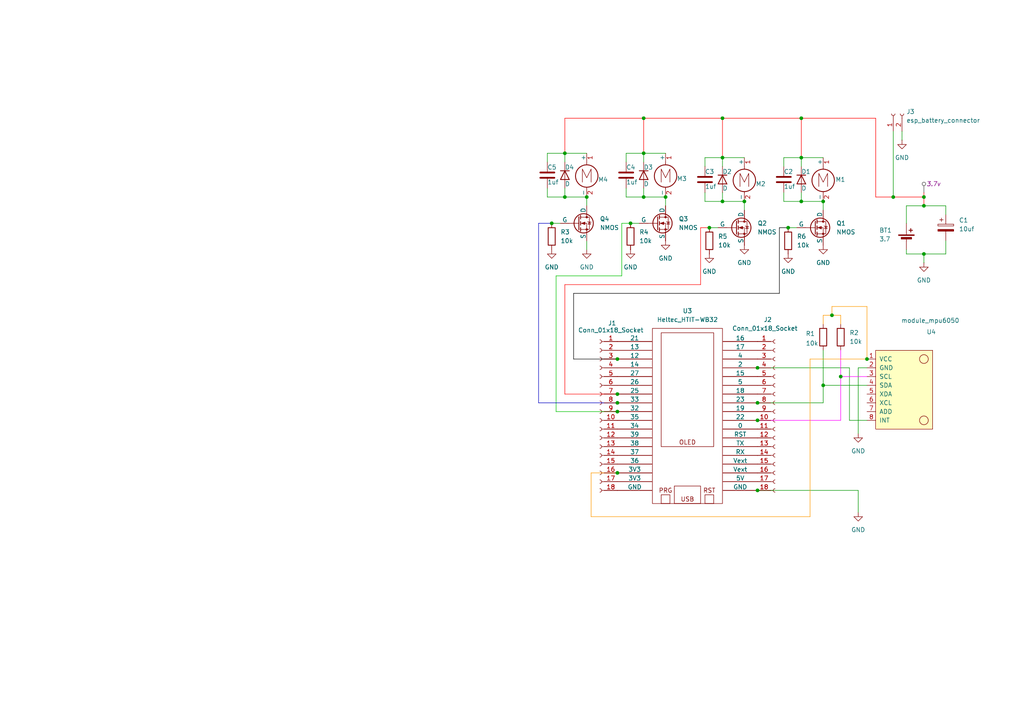
<source format=kicad_sch>
(kicad_sch (version 20231120) (generator "eeschema") (generator_version "8.0")
  (paper "A4")
  (lib_symbols
    (symbol "Connector:Conn_01x02_Socket" (pin_names (offset 1.016) hide)
      (property "Reference" "J" (at 0 2.54 0))
      (property "Value" "Conn_01x02_Socket" (at 0 -5.08 0))
      (symbol "Conn_01x02_Socket_1_1"
        (arc (start 0 -2.032) (mid -0.5058 -2.54) (end 0 -3.048) (stroke (width 0.1524)))
        (polyline (pts (xy -1.27 -2.54) (xy -0.508 -2.54)) (stroke (width 0.1524)))
        (polyline (pts (xy -1.27 0) (xy -0.508 0)) (stroke (width 0.1524)))
        (arc (start 0 0.508) (mid -0.5058 0) (end 0 -0.508) (stroke (width 0.1524)))
        (pin passive line (at -5.08 0 0) (length 3.81) (name "Pin_1") (number "1"))
        (pin passive line (at -5.08 -2.54 0) (length 3.81) (name "Pin_2") (number "2"))
      )
    )
    (symbol "Connector:Conn_01x18_Socket" (pin_names (offset 1.016) hide)
      (property "Reference" "J" (at 0 22.86 0))
      (property "Value" "Conn_01x18_Socket" (at 0 -25.4 0))
      (symbol "Conn_01x18_Socket_1_1"
        (arc (start 0 -22.352) (mid -0.5058 -22.86) (end 0 -23.368) (stroke (width 0.1524)))
        (arc (start 0 -19.812) (mid -0.5058 -20.32) (end 0 -20.828) (stroke (width 0.1524)))
        (arc (start 0 -17.272) (mid -0.5058 -17.78) (end 0 -18.288) (stroke (width 0.1524)))
        (arc (start 0 -14.732) (mid -0.5058 -15.24) (end 0 -15.748) (stroke (width 0.1524)))
        (arc (start 0 -12.192) (mid -0.5058 -12.7) (end 0 -13.208) (stroke (width 0.1524)))
        (arc (start 0 -9.652) (mid -0.5058 -10.16) (end 0 -10.668) (stroke (width 0.1524)))
        (arc (start 0 -7.112) (mid -0.5058 -7.62) (end 0 -8.128) (stroke (width 0.1524)))
        (arc (start 0 -4.572) (mid -0.5058 -5.08) (end 0 -5.588) (stroke (width 0.1524)))
        (arc (start 0 -2.032) (mid -0.5058 -2.54) (end 0 -3.048) (stroke (width 0.1524)))
        (polyline (pts (xy -1.27 -22.86) (xy -0.508 -22.86)) (stroke (width 0.1524)))
        (polyline (pts (xy -1.27 -20.32) (xy -0.508 -20.32)) (stroke (width 0.1524)))
        (polyline (pts (xy -1.27 -17.78) (xy -0.508 -17.78)) (stroke (width 0.1524)))
        (polyline (pts (xy -1.27 -15.24) (xy -0.508 -15.24)) (stroke (width 0.1524)))
        (polyline (pts (xy -1.27 -12.7) (xy -0.508 -12.7)) (stroke (width 0.1524)))
        (polyline (pts (xy -1.27 -10.16) (xy -0.508 -10.16)) (stroke (width 0.1524)))
        (polyline (pts (xy -1.27 -7.62) (xy -0.508 -7.62)) (stroke (width 0.1524)))
        (polyline (pts (xy -1.27 -5.08) (xy -0.508 -5.08)) (stroke (width 0.1524)))
        (polyline (pts (xy -1.27 -2.54) (xy -0.508 -2.54)) (stroke (width 0.1524)))
        (polyline (pts (xy -1.27 0) (xy -0.508 0)) (stroke (width 0.1524)))
        (polyline (pts (xy -1.27 2.54) (xy -0.508 2.54)) (stroke (width 0.1524)))
        (polyline (pts (xy -1.27 5.08) (xy -0.508 5.08)) (stroke (width 0.1524)))
        (polyline (pts (xy -1.27 7.62) (xy -0.508 7.62)) (stroke (width 0.1524)))
        (polyline (pts (xy -1.27 10.16) (xy -0.508 10.16)) (stroke (width 0.1524)))
        (polyline (pts (xy -1.27 12.7) (xy -0.508 12.7)) (stroke (width 0.1524)))
        (polyline (pts (xy -1.27 15.24) (xy -0.508 15.24)) (stroke (width 0.1524)))
        (polyline (pts (xy -1.27 17.78) (xy -0.508 17.78)) (stroke (width 0.1524)))
        (polyline (pts (xy -1.27 20.32) (xy -0.508 20.32)) (stroke (width 0.1524)))
        (arc (start 0 0.508) (mid -0.5058 0) (end 0 -0.508) (stroke (width 0.1524)))
        (arc (start 0 3.048) (mid -0.5058 2.54) (end 0 2.032) (stroke (width 0.1524)))
        (arc (start 0 5.588) (mid -0.5058 5.08) (end 0 4.572) (stroke (width 0.1524)))
        (arc (start 0 8.128) (mid -0.5058 7.62) (end 0 7.112) (stroke (width 0.1524)))
        (arc (start 0 10.668) (mid -0.5058 10.16) (end 0 9.652) (stroke (width 0.1524)))
        (arc (start 0 13.208) (mid -0.5058 12.7) (end 0 12.192) (stroke (width 0.1524)))
        (arc (start 0 15.748) (mid -0.5058 15.24) (end 0 14.732) (stroke (width 0.1524)))
        (arc (start 0 18.288) (mid -0.5058 17.78) (end 0 17.272) (stroke (width 0.1524)))
        (arc (start 0 20.828) (mid -0.5058 20.32) (end 0 19.812) (stroke (width 0.1524)))
        (pin passive line (at -5.08 20.32 0) (length 3.81) (name "Pin_1") (number "1"))
        (pin passive line (at -5.08 -2.54 0) (length 3.81) (name "Pin_10") (number "10"))
        (pin passive line (at -5.08 -5.08 0) (length 3.81) (name "Pin_11") (number "11"))
        (pin passive line (at -5.08 -7.62 0) (length 3.81) (name "Pin_12") (number "12"))
        (pin passive line (at -5.08 -10.16 0) (length 3.81) (name "Pin_13") (number "13"))
        (pin passive line (at -5.08 -12.7 0) (length 3.81) (name "Pin_14") (number "14"))
        (pin passive line (at -5.08 -15.24 0) (length 3.81) (name "Pin_15") (number "15"))
        (pin passive line (at -5.08 -17.78 0) (length 3.81) (name "Pin_16") (number "16"))
        (pin passive line (at -5.08 -20.32 0) (length 3.81) (name "Pin_17") (number "17"))
        (pin passive line (at -5.08 -22.86 0) (length 3.81) (name "Pin_18") (number "18"))
        (pin passive line (at -5.08 17.78 0) (length 3.81) (name "Pin_2") (number "2"))
        (pin passive line (at -5.08 15.24 0) (length 3.81) (name "Pin_3") (number "3"))
        (pin passive line (at -5.08 12.7 0) (length 3.81) (name "Pin_4") (number "4"))
        (pin passive line (at -5.08 10.16 0) (length 3.81) (name "Pin_5") (number "5"))
        (pin passive line (at -5.08 7.62 0) (length 3.81) (name "Pin_6") (number "6"))
        (pin passive line (at -5.08 5.08 0) (length 3.81) (name "Pin_7") (number "7"))
        (pin passive line (at -5.08 2.54 0) (length 3.81) (name "Pin_8") (number "8"))
        (pin passive line (at -5.08 0 0) (length 3.81) (name "Pin_9") (number "9"))
      )
    )
    (symbol "Device:Battery_Cell" (pin_numbers hide) (pin_names (offset 0) hide)
      (property "Reference" "BT" (at 2.54 2.54 0))
      (property "Value" "Battery_Cell" (at 2.54 0 0))
      (symbol "Battery_Cell_0_1"
        (rectangle (start -2.286 1.778) (end 2.286 1.524) (fill (type outline)))
        (rectangle (start -1.524 1.016) (end 1.524 0.508) (fill (type outline)))
        (polyline (pts (xy 0 0.762) (xy 0 0)))
        (polyline (pts (xy 0 1.778) (xy 0 2.54)))
        (polyline (pts (xy 0.762 3.048) (xy 1.778 3.048)) (stroke (width 0.254)))
        (polyline (pts (xy 1.27 3.556) (xy 1.27 2.54)) (stroke (width 0.254)))
      )
      (symbol "Battery_Cell_1_1"
        (pin passive line (at 0 5.08 270) (length 2.54) (name "+") (number "1"))
        (pin passive line (at 0 -2.54 90) (length 2.54) (name "-") (number "2"))
      )
    )
    (symbol "Device:C" (pin_numbers hide) (pin_names (offset 0.254))
      (property "Reference" "C" (at 0.635 2.54 0))
      (property "Value" "C" (at 0.635 -2.54 0))
      (symbol "C_0_1"
        (polyline (pts (xy -2.032 -0.762) (xy 2.032 -0.762)) (stroke (width 0.508)))
        (polyline (pts (xy -2.032 0.762) (xy 2.032 0.762)) (stroke (width 0.508)))
      )
      (symbol "C_1_1"
        (pin passive line (at 0 3.81 270) (length 2.794) (name "~") (number "1"))
        (pin passive line (at 0 -3.81 90) (length 2.794) (name "~") (number "2"))
      )
    )
    (symbol "Device:C_Polarized" (pin_numbers hide) (pin_names (offset 0.254))
      (property "Reference" "C" (at 0.635 2.54 0))
      (property "Value" "C_Polarized" (at 0.635 -2.54 0))
      (symbol "C_Polarized_0_1"
        (rectangle (start -2.286 0.508) (end 2.286 1.016))
        (polyline (pts (xy -1.778 2.286) (xy -0.762 2.286)))
        (polyline (pts (xy -1.27 2.794) (xy -1.27 1.778)))
        (rectangle (start 2.286 -0.508) (end -2.286 -1.016) (fill (type outline)))
      )
      (symbol "C_Polarized_1_1"
        (pin passive line (at 0 3.81 270) (length 2.794) (name "~") (number "1"))
        (pin passive line (at 0 -3.81 90) (length 2.794) (name "~") (number "2"))
      )
    )
    (symbol "Device:D" (pin_numbers hide) (pin_names (offset 1.016) hide)
      (property "Reference" "D" (at 0 2.54 0))
      (property "Value" "D" (at 0 -2.54 0))
      (symbol "D_0_1"
        (polyline (pts (xy -1.27 1.27) (xy -1.27 -1.27)) (stroke (width 0.254)))
        (polyline (pts (xy 1.27 0) (xy -1.27 0)))
        (polyline (pts (xy 1.27 1.27) (xy 1.27 -1.27) (xy -1.27 0) (xy 1.27 1.27)) (stroke (width 0.254)))
      )
      (symbol "D_1_1"
        (pin passive line (at -3.81 0 0) (length 2.54) (name "K") (number "1"))
        (pin passive line (at 3.81 0 180) (length 2.54) (name "A") (number "2"))
      )
    )
    (symbol "Device:R" (pin_numbers hide) (pin_names (offset 0))
      (property "Reference" "R" (at 2.032 0 90))
      (property "Value" "R" (at 0 0 90))
      (symbol "R_0_1"
        (rectangle (start -1.016 -2.54) (end 1.016 2.54) (stroke (width 0.254)))
      )
      (symbol "R_1_1"
        (pin passive line (at 0 3.81 270) (length 1.27) (name "~") (number "1"))
        (pin passive line (at 0 -3.81 90) (length 1.27) (name "~") (number "2"))
      )
    )
    (symbol "Motor:Motor_DC" (pin_names (offset 0))
      (property "Reference" "M" (at 2.54 2.54 0))
      (property "Value" "Motor_DC" (at 2.54 -5.08 0))
      (symbol "Motor_DC_0_0"
        (polyline (pts (xy -1.27 -3.302) (xy -1.27 0.508) (xy 0 -2.032) (xy 1.27 0.508) (xy 1.27 -3.302)))
      )
      (symbol "Motor_DC_0_1"
        (circle (center 0 -1.524) (radius 3.2512) (stroke (width 0.254)))
        (polyline (pts (xy 0 -7.62) (xy 0 -7.112)))
        (polyline (pts (xy 0 -4.7752) (xy 0 -5.1816)))
        (polyline (pts (xy 0 1.7272) (xy 0 2.0828)))
        (polyline (pts (xy 0 2.032) (xy 0 2.54)))
      )
      (symbol "Motor_DC_1_1"
        (pin passive line (at 0 5.08 270) (length 2.54) (name "+") (number "1"))
        (pin passive line (at 0 -7.62 90) (length 2.54) (name "-") (number "2"))
      )
    )
    (symbol "Simulation_SPICE:NMOS" (pin_numbers hide) (pin_names (offset 0))
      (property "Reference" "Q" (at 5.08 1.27 0))
      (property "Value" "NMOS" (at 5.08 -1.27 0))
      (symbol "NMOS_0_1"
        (polyline (pts (xy 0.254 0) (xy -2.54 0)))
        (polyline (pts (xy 0.254 1.905) (xy 0.254 -1.905)) (stroke (width 0.254)))
        (polyline (pts (xy 0.762 -1.27) (xy 0.762 -2.286)) (stroke (width 0.254)))
        (polyline (pts (xy 0.762 0.508) (xy 0.762 -0.508)) (stroke (width 0.254)))
        (polyline (pts (xy 0.762 2.286) (xy 0.762 1.27)) (stroke (width 0.254)))
        (polyline (pts (xy 2.54 2.54) (xy 2.54 1.778)))
        (polyline (pts (xy 2.54 -2.54) (xy 2.54 0) (xy 0.762 0)))
        (polyline (pts (xy 0.762 -1.778) (xy 3.302 -1.778) (xy 3.302 1.778) (xy 0.762 1.778)))
        (polyline (pts (xy 1.016 0) (xy 2.032 0.381) (xy 2.032 -0.381) (xy 1.016 0)) (fill (type outline)))
        (polyline (pts (xy 2.794 0.508) (xy 2.921 0.381) (xy 3.683 0.381) (xy 3.81 0.254)))
        (polyline (pts (xy 3.302 0.381) (xy 2.921 -0.254) (xy 3.683 -0.254) (xy 3.302 0.381)))
        (circle (center 1.651 0) (radius 2.794) (stroke (width 0.254)))
        (circle (center 2.54 -1.778) (radius 0.254) (fill (type outline)))
        (circle (center 2.54 1.778) (radius 0.254) (fill (type outline)))
      )
      (symbol "NMOS_1_1"
        (pin passive line (at 2.54 5.08 270) (length 2.54) (name "D") (number "1"))
        (pin input line (at -5.08 0 0) (length 2.54) (name "G") (number "2"))
        (pin passive line (at 2.54 -5.08 90) (length 2.54) (name "S") (number "3"))
      )
    )
    (symbol "heltec_htit-wb32:Heltec_HTIT-WB32" (pin_numbers hide) (pin_names (offset 0))
      (property "Reference" "U3" (at 0 -30.48 0))
      (property "Value" "Heltec_HTIT-WB32" (at 0 -27.94 0))
      (symbol "Heltec_HTIT-WB32_0_0"
        (rectangle (start -5.08 22.86) (end -7.62 25.4))
        (rectangle (start 3.81 25.4) (end -3.81 20.32))
        (rectangle (start 5.08 22.86) (end 7.62 25.4))
        (rectangle (start 7.62 -24.13) (end -7.62 8.89))
        (rectangle (start 10.16 -25.4) (end -10.16 25.4))
        (text "OLED" (at 0 7.62 0) (effects (font (size 1.27 1.27))))
        (text "PRG" (at 6.35 21.59 0) (effects (font (size 1.27 1.27))))
        (text "RST" (at -6.35 21.59 0) (effects (font (size 1.27 1.27))))
        (text "USB" (at 0 24.13 0) (effects (font (size 1.27 1.27))))
      )
      (symbol "Heltec_HTIT-WB32_1_1"
        (pin bidirectional line (at 20.32 1.27 180) (length 10.0076) (name "35") (number "0"))
        (pin bidirectional line (at 20.32 11.43 180) (length 10.0076) (name "37") (number "1"))
        (pin power_out line (at 20.32 13.97 180) (length 10.0076) (name "36") (number "10"))
        (pin power_in line (at 20.32 16.51 180) (length 10.0076) (name "3V3") (number "11"))
        (pin bidirectional line (at -20.32 8.89 0) (length 10.0076) (name "TX") (number "12"))
        (pin bidirectional line (at -20.32 11.43 0) (length 10.0076) (name "RX") (number "13"))
        (pin bidirectional line (at -20.32 6.35 0) (length 10.0076) (name "RST") (number "14"))
        (pin bidirectional line (at 20.32 6.35 180) (length 10.0076) (name "39") (number "15"))
        (pin bidirectional line (at 20.32 -3.81 180) (length 10.0076) (name "33") (number "16"))
        (pin bidirectional line (at 20.32 -6.35 180) (length 10.0076) (name "25") (number "17"))
        (pin bidirectional line (at 20.32 -11.43 180) (length 10.0076) (name "27") (number "18"))
        (pin bidirectional line (at 20.32 -16.51 180) (length 10.0076) (name "12") (number "19"))
        (pin bidirectional line (at 20.32 3.81 180) (length 10.0076) (name "34") (number "2"))
        (pin bidirectional line (at 20.32 -19.05 180) (length 10.0076) (name "13") (number "20"))
        (pin power_in line (at 20.32 19.05 180) (length 10.0076) (name "3V3") (number "20"))
        (pin bidirectional line (at 20.32 -21.59 180) (length 10.0076) (name "21") (number "21"))
        (pin bidirectional line (at 20.32 -13.97 180) (length 10.0076) (name "14") (number "23"))
        (pin bidirectional line (at -20.32 -1.27 0) (length 10.0076) (name "19") (number "25"))
        (pin bidirectional line (at -20.32 1.27 0) (length 10.0076) (name "22") (number "26"))
        (pin bidirectional line (at -20.32 3.81 0) (length 10.0076) (name "0") (number "27"))
        (pin power_in line (at 20.32 21.59 180) (length 10.0076) (name "GND") (number "28"))
        (pin bidirectional line (at 20.32 8.89 180) (length 10.0076) (name "38") (number "3"))
        (pin input line (at -20.32 -6.35 0) (length 10.0076) (name "18") (number "32"))
        (pin input line (at -20.32 -3.81 0) (length 10.0076) (name "23") (number "33"))
        (pin input line (at -20.32 -11.43 0) (length 10.0076) (name "15") (number "34"))
        (pin input line (at -20.32 -8.89 0) (length 10.0076) (name "5") (number "35"))
        (pin input line (at -20.32 -21.59 0) (length 10.0076) (name "16") (number "36"))
        (pin input line (at -20.32 -19.05 0) (length 10.0076) (name "17") (number "37"))
        (pin input line (at -20.32 -16.51 0) (length 10.0076) (name "4") (number "38"))
        (pin input line (at -20.32 -13.97 0) (length 10.0076) (name "2") (number "39"))
        (pin bidirectional line (at 20.32 -1.27 180) (length 10.0076) (name "32") (number "4"))
        (pin bidirectional line (at 20.32 -8.89 180) (length 10.0076) (name "26") (number "5"))
        (pin input line (at -20.32 13.97 0) (length 10.0076) (name "Vext") (number "6"))
        (pin power_out line (at -20.32 16.51 0) (length 10.0076) (name "Vext") (number "7"))
        (pin power_in line (at -20.32 21.59 0) (length 10.0076) (name "GND") (number "8"))
        (pin power_in line (at -20.32 19.05 0) (length 10.0076) (name "5V") (number "9"))
      )
    )
    (symbol "power:GND" (power) (pin_numbers hide) (pin_names (offset 0) hide)
      (property "Value" "GND" (at 0 -3.81 0))
      (symbol "GND_0_1"
        (polyline (pts (xy 0 0) (xy 0 -1.27) (xy 1.27 -1.27) (xy 0 -2.54) (xy -1.27 -1.27) (xy 0 -1.27)))
      )
      (symbol "GND_1_1"
        (pin power_in line (at 0 0 270) (length 0) (name "~") (number "1"))
      )
    )
    (symbol "usini_sensors:module_mpu6050" (pin_names (offset 1.016))
      (property "Reference" "U" (at 2.54 21.59 0))
      (property "Value" "module_mpu6050" (at 11.43 -3.81 0))
      (symbol "module_mpu6050_0_1"
        (rectangle (start 2.54 20.32) (end 19.05 -2.54) (fill (type background)))
        (circle (center 16.51 0) (radius 1.27))
        (circle (center 16.51 17.78) (radius 1.27))
      )
      (symbol "module_mpu6050_1_1"
        (pin input line (at 0 17.78 0) (length 2.54) (name "VCC") (number "1"))
        (pin input line (at 0 15.24 0) (length 2.54) (name "GND") (number "2"))
        (pin input line (at 0 12.7 0) (length 2.54) (name "SCL") (number "3"))
        (pin input line (at 0 10.16 0) (length 2.54) (name "SDA") (number "4"))
        (pin input line (at 0 7.62 0) (length 2.54) (name "XDA") (number "5"))
        (pin input line (at 0 5.08 0) (length 2.54) (name "XCL") (number "6"))
        (pin input line (at 0 2.54 0) (length 2.54) (name "ADD") (number "7"))
        (pin input line (at 0 0 0) (length 2.54) (name "INT") (number "8"))
      )
    )
  )
  (junction (at 251.46 104.14))
  (junction (at 267.97 73.66))
  (junction (at 163.83 57.15))
  (junction (at 170.18 57.15))
  (junction (at 163.83 44.45))
  (junction (at 232.41 45.72))
  (junction (at 209.55 58.42))
  (junction (at 179.07 137.16))
  (junction (at 179.07 114.3))
  (junction (at 186.69 57.15))
  (junction (at 186.69 44.45))
  (junction (at 179.07 104.14))
  (junction (at 186.69 34.29))
  (junction (at 215.9 58.42))
  (junction (at 243.84 109.22))
  (junction (at 179.07 116.84))
  (junction (at 219.71 116.84))
  (junction (at 228.6 66.04))
  (junction (at 238.76 111.76))
  (junction (at 259.08 57.15))
  (junction (at 232.41 34.29))
  (junction (at 238.76 58.42))
  (junction (at 205.74 66.04))
  (junction (at 179.07 119.38))
  (junction (at 209.55 45.72))
  (junction (at 209.55 34.29))
  (junction (at 267.97 57.15))
  (junction (at 160.02 64.77))
  (junction (at 193.04 57.15))
  (junction (at 182.88 64.77))
  (junction (at 241.3 91.44))
  (junction (at 219.71 142.24))
  (junction (at 219.71 121.92))
  (junction (at 267.97 59.69))
  (junction (at 219.71 106.68))
  (junction (at 232.41 58.42))
  (wire (pts (xy 163.83 46.99) (xy 163.83 44.45)))
  (wire (pts (xy 170.18 72.39) (xy 170.18 69.85)))
  (wire (pts (xy 262.89 73.66) (xy 267.97 73.66)))
  (wire (pts (xy 241.3 91.44) (xy 243.84 91.44)) (stroke (width 0) (color 255 153 0 1)))
  (wire (pts (xy 158.75 44.45) (xy 163.83 44.45)))
  (wire (pts (xy 243.84 109.22) (xy 243.84 121.92)) (stroke (width 0) (color 255 0 255 1)))
  (wire (pts (xy 209.55 58.42) (xy 215.9 58.42)))
  (wire (pts (xy 251.46 104.14) (xy 251.46 88.9)) (stroke (width 0) (color 255 153 0 1)))
  (wire (pts (xy 259.08 38.1) (xy 259.08 57.15)))
  (wire (pts (xy 241.3 88.9) (xy 241.3 91.44)) (stroke (width 0) (color 255 153 0 1)))
  (wire (pts (xy 163.83 44.45) (xy 170.18 44.45)))
  (wire (pts (xy 204.47 55.88) (xy 204.47 58.42)))
  (wire (pts (xy 181.61 46.99) (xy 181.61 44.45)))
  (wire (pts (xy 267.97 59.69) (xy 274.32 59.69)))
  (wire (pts (xy 204.47 58.42) (xy 209.55 58.42)))
  (wire (pts (xy 226.06 85.09) (xy 226.06 66.04)) (stroke (width 0) (color 0 0 0 1)))
  (wire (pts (xy 209.55 34.29) (xy 186.69 34.29)) (stroke (width 0) (color 255 0 0 1)))
  (wire (pts (xy 243.84 101.6) (xy 243.84 109.22)) (stroke (width 0) (color 255 0 255 1)))
  (wire (pts (xy 161.29 119.38) (xy 179.07 119.38)) (stroke (width 0) (color 0 194 0 1)))
  (wire (pts (xy 156.21 116.84) (xy 179.07 116.84)) (stroke (width 0) (color 0 0 194 1)))
  (wire (pts (xy 246.38 121.92) (xy 246.38 106.68)))
  (wire (pts (xy 238.76 111.76) (xy 238.76 116.84)))
  (wire (pts (xy 232.41 58.42) (xy 238.76 58.42)))
  (wire (pts (xy 158.75 57.15) (xy 163.83 57.15)))
  (wire (pts (xy 163.83 57.15) (xy 170.18 57.15)))
  (wire (pts (xy 161.29 80.01) (xy 161.29 119.38)) (stroke (width 0) (color 0 194 0 1)))
  (wire (pts (xy 215.9 58.42) (xy 215.9 60.96)))
  (wire (pts (xy 158.75 54.61) (xy 158.75 57.15)))
  (wire (pts (xy 246.38 106.68) (xy 219.71 106.68)))
  (wire (pts (xy 238.76 91.44) (xy 241.3 91.44)) (stroke (width 0) (color 255 153 0 1)))
  (wire (pts (xy 204.47 48.26) (xy 204.47 45.72)))
  (wire (pts (xy 166.37 85.09) (xy 166.37 104.14)) (stroke (width 0) (color 0 0 0 1)))
  (wire (pts (xy 267.97 73.66) (xy 274.32 73.66)))
  (wire (pts (xy 243.84 91.44) (xy 243.84 93.98)) (stroke (width 0) (color 255 153 0 1)))
  (wire (pts (xy 262.89 64.77) (xy 262.89 59.69)))
  (wire (pts (xy 204.47 45.72) (xy 209.55 45.72)))
  (wire (pts (xy 166.37 85.09) (xy 226.06 85.09)) (stroke (width 0) (color 0 0 0 1)))
  (wire (pts (xy 180.34 64.77) (xy 182.88 64.77)) (stroke (width 0) (color 0 194 0 1)))
  (wire (pts (xy 209.55 48.26) (xy 209.55 45.72)))
  (wire (pts (xy 251.46 88.9) (xy 241.3 88.9)) (stroke (width 0) (color 255 153 0 1)))
  (wire (pts (xy 238.76 111.76) (xy 251.46 111.76)))
  (wire (pts (xy 234.95 104.14) (xy 234.95 149.86)) (stroke (width 0) (color 255 153 0 1)))
  (wire (pts (xy 186.69 34.29) (xy 163.83 34.29)) (stroke (width 0) (color 255 0 0 1)))
  (wire (pts (xy 227.33 48.26) (xy 227.33 45.72)))
  (wire (pts (xy 186.69 54.61) (xy 186.69 57.15)))
  (wire (pts (xy 219.71 116.84) (xy 238.76 116.84)))
  (wire (pts (xy 267.97 57.15) (xy 267.97 59.69)) (stroke (width 0) (color 255 0 0 1)))
  (wire (pts (xy 232.41 45.72) (xy 238.76 45.72)))
  (wire (pts (xy 209.55 45.72) (xy 215.9 45.72)))
  (wire (pts (xy 181.61 44.45) (xy 186.69 44.45)))
  (wire (pts (xy 262.89 59.69) (xy 267.97 59.69)))
  (wire (pts (xy 267.97 73.66) (xy 267.97 76.2)))
  (wire (pts (xy 156.21 64.77) (xy 160.02 64.77)) (stroke (width 0) (color 0 0 194 1)))
  (wire (pts (xy 262.89 72.39) (xy 262.89 73.66)))
  (wire (pts (xy 248.92 142.24) (xy 219.71 142.24)))
  (wire (pts (xy 163.83 34.29) (xy 163.83 44.45)) (stroke (width 0) (color 255 0 0 1)))
  (wire (pts (xy 261.62 40.64) (xy 261.62 38.1)))
  (wire (pts (xy 160.02 64.77) (xy 162.56 64.77)))
  (wire (pts (xy 232.41 34.29) (xy 209.55 34.29)) (stroke (width 0) (color 255 0 0 1)))
  (wire (pts (xy 232.41 55.88) (xy 232.41 58.42)))
  (wire (pts (xy 205.74 66.04) (xy 208.28 66.04)))
  (wire (pts (xy 227.33 45.72) (xy 232.41 45.72)))
  (wire (pts (xy 243.84 121.92) (xy 219.71 121.92)) (stroke (width 0) (color 255 0 255 1)))
  (wire (pts (xy 234.95 104.14) (xy 251.46 104.14)) (stroke (width 0) (color 255 153 0 1)))
  (wire (pts (xy 186.69 44.45) (xy 193.04 44.45)))
  (wire (pts (xy 180.34 80.01) (xy 180.34 64.77)) (stroke (width 0) (color 0 194 0 1)))
  (wire (pts (xy 274.32 69.85) (xy 274.32 73.66)))
  (wire (pts (xy 182.88 64.77) (xy 185.42 64.77)))
  (wire (pts (xy 267.97 57.15) (xy 259.08 57.15)) (stroke (width 0) (color 255 0 0 1)))
  (wire (pts (xy 248.92 125.73) (xy 248.92 106.68)))
  (wire (pts (xy 234.95 149.86) (xy 171.45 149.86)) (stroke (width 0) (color 255 153 0 1)))
  (wire (pts (xy 232.41 34.29) (xy 232.41 45.72)) (stroke (width 0) (color 255 0 0 1)))
  (wire (pts (xy 166.37 104.14) (xy 179.07 104.14)) (stroke (width 0) (color 0 0 0 1)))
  (wire (pts (xy 248.92 142.24) (xy 248.92 148.59)))
  (wire (pts (xy 238.76 58.42) (xy 238.76 60.96)))
  (wire (pts (xy 163.83 114.3) (xy 179.07 114.3)) (stroke (width 0) (color 255 0 0 1)))
  (wire (pts (xy 274.32 62.23) (xy 274.32 59.69)))
  (wire (pts (xy 238.76 101.6) (xy 238.76 111.76)))
  (wire (pts (xy 227.33 55.88) (xy 227.33 58.42)))
  (wire (pts (xy 243.84 109.22) (xy 251.46 109.22)) (stroke (width 0) (color 255 0 255 1)))
  (wire (pts (xy 171.45 137.16) (xy 171.45 149.86)) (stroke (width 0) (color 255 153 0 1)))
  (wire (pts (xy 254 34.29) (xy 232.41 34.29)) (stroke (width 0) (color 255 0 0 1)))
  (wire (pts (xy 246.38 121.92) (xy 251.46 121.92)))
  (wire (pts (xy 170.18 57.15) (xy 170.18 59.69)))
  (wire (pts (xy 163.83 82.55) (xy 163.83 114.3)) (stroke (width 0) (color 255 0 0 1)))
  (wire (pts (xy 203.2 82.55) (xy 203.2 66.04)) (stroke (width 0) (color 255 0 0 1)))
  (wire (pts (xy 186.69 34.29) (xy 186.69 44.45)) (stroke (width 0) (color 255 0 0 1)))
  (wire (pts (xy 248.92 106.68) (xy 251.46 106.68)))
  (wire (pts (xy 254 57.15) (xy 254 34.29)) (stroke (width 0) (color 255 0 0 1)))
  (wire (pts (xy 158.75 46.99) (xy 158.75 44.45)))
  (wire (pts (xy 171.45 137.16) (xy 179.07 137.16)) (stroke (width 0) (color 255 153 0 1)))
  (wire (pts (xy 209.55 34.29) (xy 209.55 45.72)) (stroke (width 0) (color 255 0 0 1)))
  (wire (pts (xy 193.04 57.15) (xy 193.04 59.69)))
  (wire (pts (xy 238.76 91.44) (xy 238.76 93.98)) (stroke (width 0) (color 255 153 0 1)))
  (wire (pts (xy 163.83 82.55) (xy 203.2 82.55)) (stroke (width 0) (color 255 0 0 1)))
  (wire (pts (xy 228.6 66.04) (xy 231.14 66.04)))
  (wire (pts (xy 267.97 55.88) (xy 267.97 57.15)) (stroke (width 0) (color 255 0 0 1)))
  (wire (pts (xy 203.2 66.04) (xy 205.74 66.04)) (stroke (width 0) (color 255 0 0 1)))
  (wire (pts (xy 181.61 57.15) (xy 186.69 57.15)))
  (wire (pts (xy 186.69 46.99) (xy 186.69 44.45)))
  (wire (pts (xy 227.33 58.42) (xy 232.41 58.42)))
  (wire (pts (xy 181.61 54.61) (xy 181.61 57.15)))
  (wire (pts (xy 226.06 66.04) (xy 228.6 66.04)) (stroke (width 0) (color 0 0 0 1)))
  (wire (pts (xy 163.83 54.61) (xy 163.83 57.15)))
  (wire (pts (xy 186.69 57.15) (xy 193.04 57.15)))
  (wire (pts (xy 161.29 80.01) (xy 180.34 80.01)) (stroke (width 0) (color 0 194 0 1)))
  (wire (pts (xy 259.08 57.15) (xy 254 57.15)) (stroke (width 0) (color 255 0 0 1)))
  (wire (pts (xy 209.55 55.88) (xy 209.55 58.42)))
  (wire (pts (xy 232.41 48.26) (xy 232.41 45.72)))
  (wire (pts (xy 156.21 64.77) (xy 156.21 116.84)) (stroke (width 0) (color 0 0 194 1)))
  (netclass_flag "" (length 2.54) (shape round) (at 267.97 55.88 0) (property "Netclass" "3.7v" (at 268.6685 53.34 0) (effects (font (italic yes)) (justify left))))
  (symbol (lib_id "Motor:Motor_DC") (at 193.04 49.53 0) (unit 1)
    (property "Reference" "M3" (at 196.342 51.816 0) (effects (justify left)))
    (property "Value" "Motor_DC" (effects (hide yes)))
    (property "Footprint" "Connector_Wire:SolderWire-0.1sqmm_1x02_P3.6mm_D0.4mm_OD1mm" (effects (hide yes)))
    (property "Description" "DC Motor" (effects (hide yes)))
  )
  (symbol (lib_id "power:GND") (at 193.04 69.85 0) (unit 1)
    (property "Reference" "#PWR03" (effects (hide yes)))
    (property "Value" "GND" (at 193.04 74.93 0))
    (property "Description" "Power symbol creates a global label with name \"GND\" , ground" (effects (hide yes)))
  )
  (symbol (lib_id "power:GND") (at 170.18 72.39 0) (unit 1)
    (property "Reference" "#PWR01" (effects (hide yes)))
    (property "Value" "GND" (at 170.18 77.47 0))
    (property "Description" "Power symbol creates a global label with name \"GND\" , ground" (effects (hide yes)))
  )
  (symbol (lib_id "usini_sensors:module_mpu6050") (at 251.46 121.92 0) (unit 1)
    (property "Reference" "U4" (at 268.732 96.266 0) (effects (justify left)))
    (property "Value" "module_mpu6050" (at 261.366 92.964 0) (effects (justify left)))
    (property "Footprint" "usini_sensors:module_mpu6050" (effects (hide yes)))
  )
  (symbol (lib_id "Simulation_SPICE:NMOS") (at 213.36 66.04 0) (unit 1)
    (property "Reference" "Q2" (at 219.71 64.7699 0) (effects (justify left)))
    (property "Value" "NMOS" (at 219.71 67.3099 0) (effects (justify left)))
    (property "Footprint" "TSM250N02CX_RFG:TRANS_TSM250N02CX_RFG" (effects (hide yes)))
    (property "Datasheet" "https://ngspice.sourceforge.io/docs/ngspice-html-manual/manual.xhtml#cha_MOSFETs" (effects (hide yes)))
    (property "Description" "N-MOSFET transistor, drain/source/gate" (effects (hide yes)))
    (property "Sim.Device" "NMOS" (effects (hide yes)))
    (property "Sim.Type" "VDMOS" (effects (hide yes)))
    (property "Sim.Pins" "1=D 2=G 3=S" (effects (hide yes)))
  )
  (symbol (lib_id "power:GND") (at 267.97 76.2 0) (unit 1)
    (property "Reference" "#PWR06" (effects (hide yes)))
    (property "Value" "GND" (at 267.97 81.28 0))
    (property "Description" "Power symbol creates a global label with name \"GND\" , ground" (effects (hide yes)))
  )
  (symbol (lib_id "Simulation_SPICE:NMOS") (at 167.64 64.77 0) (unit 1)
    (property "Reference" "Q4" (at 173.99 63.4999 0) (effects (justify left)))
    (property "Value" "NMOS" (at 173.99 66.0399 0) (effects (justify left)))
    (property "Footprint" "TSM250N02CX_RFG:TRANS_TSM250N02CX_RFG" (effects (hide yes)))
    (property "Datasheet" "https://ngspice.sourceforge.io/docs/ngspice-html-manual/manual.xhtml#cha_MOSFETs" (effects (hide yes)))
    (property "Description" "N-MOSFET transistor, drain/source/gate" (effects (hide yes)))
    (property "Sim.Device" "NMOS" (effects (hide yes)))
    (property "Sim.Type" "VDMOS" (effects (hide yes)))
    (property "Sim.Pins" "1=D 2=G 3=S" (effects (hide yes)))
  )
  (symbol (lib_id "Device:C") (at 181.61 50.8 0) (unit 1)
    (property "Reference" "C4" (at 181.61 48.514 0) (effects (justify left)))
    (property "Value" "1uf" (at 181.61 52.832 0) (effects (justify left)))
    (property "Footprint" "Capacitor_SMD:C_0504_1310Metric_Pad0.83x1.28mm_HandSolder" (effects (hide yes)))
    (property "Description" "Unpolarized capacitor" (effects (hide yes)))
  )
  (symbol (lib_id "Device:R") (at 160.02 68.58 0) (unit 1)
    (property "Reference" "R3" (at 162.56 67.3099 0) (effects (justify left)))
    (property "Value" "10k" (at 162.56 69.8499 0) (effects (justify left)))
    (property "Footprint" "Resistor_SMD:R_0603_1608Metric" (effects (hide yes)))
    (property "Description" "Resistor" (effects (hide yes)))
  )
  (symbol (lib_id "Device:D") (at 209.55 52.07 270) (unit 1)
    (property "Reference" "D2" (at 209.55 49.784 90) (effects (justify left)))
    (property "Value" "D" (at 209.55 54.61 90) (effects (justify left)))
    (property "Footprint" "Diode_SMD:D_0603_1608Metric" (effects (hide yes)))
    (property "Description" "Diode" (effects (hide yes)))
    (property "Sim.Device" "D" (effects (hide yes)))
    (property "Sim.Pins" "1=K 2=A" (effects (hide yes)))
  )
  (symbol (lib_id "power:GND") (at 261.62 40.64 0) (unit 1)
    (property "Reference" "#PWR012" (effects (hide yes)))
    (property "Value" "GND" (at 261.62 45.72 0))
    (property "Description" "Power symbol creates a global label with name \"GND\" , ground" (effects (hide yes)))
  )
  (symbol (lib_id "Device:D") (at 232.41 52.07 270) (unit 1)
    (property "Reference" "D1" (at 232.41 49.784 90) (effects (justify left)))
    (property "Value" "D" (at 232.41 54.61 90) (effects (justify left)))
    (property "Footprint" "Diode_SMD:D_0603_1608Metric" (effects (hide yes)))
    (property "Description" "Diode" (effects (hide yes)))
    (property "Sim.Device" "D" (effects (hide yes)))
    (property "Sim.Pins" "1=K 2=A" (effects (hide yes)))
  )
  (symbol (lib_id "Connector:Conn_01x18_Socket") (at 173.99 119.38 0) (mirror y) (unit 1)
    (property "Reference" "J1" (at 177.546 93.726 0))
    (property "Value" "Conn_01x18_Socket" (at 177.165 95.758 0))
    (property "Footprint" "Connector_PinSocket_2.54mm:PinSocket_1x18_P2.54mm_Vertical" (effects (hide yes)))
    (property "Description" "Generic connector, single row, 01x18, script generated" (effects (hide yes)))
  )
  (symbol (lib_id "Device:D") (at 186.69 50.8 270) (unit 1)
    (property "Reference" "D3" (at 186.69 48.514 90) (effects (justify left)))
    (property "Value" "D" (at 186.69 53.34 90) (effects (justify left)))
    (property "Footprint" "Diode_SMD:D_0603_1608Metric" (effects (hide yes)))
    (property "Description" "Diode" (effects (hide yes)))
    (property "Sim.Device" "D" (effects (hide yes)))
    (property "Sim.Pins" "1=K 2=A" (effects (hide yes)))
  )
  (symbol (lib_id "Simulation_SPICE:NMOS") (at 236.22 66.04 0) (unit 1)
    (property "Reference" "Q1" (at 242.57 64.7699 0) (effects (justify left)))
    (property "Value" "NMOS" (at 242.57 67.3099 0) (effects (justify left)))
    (property "Footprint" "TSM250N02CX_RFG:TRANS_TSM250N02CX_RFG" (effects (hide yes)))
    (property "Datasheet" "https://ngspice.sourceforge.io/docs/ngspice-html-manual/manual.xhtml#cha_MOSFETs" (effects (hide yes)))
    (property "Description" "N-MOSFET transistor, drain/source/gate" (effects (hide yes)))
    (property "Sim.Device" "NMOS" (effects (hide yes)))
    (property "Sim.Type" "VDMOS" (effects (hide yes)))
    (property "Sim.Pins" "1=D 2=G 3=S" (effects (hide yes)))
  )
  (symbol (lib_id "Device:C") (at 158.75 50.8 0) (unit 1)
    (property "Reference" "C5" (at 158.75 48.514 0) (effects (justify left)))
    (property "Value" "1uf" (at 158.75 52.832 0) (effects (justify left)))
    (property "Footprint" "Capacitor_SMD:C_0504_1310Metric_Pad0.83x1.28mm_HandSolder" (effects (hide yes)))
    (property "Description" "Unpolarized capacitor" (effects (hide yes)))
  )
  (symbol (lib_id "Device:C") (at 227.33 52.07 0) (unit 1)
    (property "Reference" "C2" (at 227.33 49.784 0) (effects (justify left)))
    (property "Value" "1uf" (at 227.33 54.102 0) (effects (justify left)))
    (property "Footprint" "Capacitor_SMD:C_0504_1310Metric_Pad0.83x1.28mm_HandSolder" (effects (hide yes)))
    (property "Description" "Unpolarized capacitor" (effects (hide yes)))
  )
  (symbol (lib_id "power:GND") (at 238.76 71.12 0) (unit 1)
    (property "Reference" "#PWR05" (effects (hide yes)))
    (property "Value" "GND" (at 238.76 76.2 0))
    (property "Description" "Power symbol creates a global label with name \"GND\" , ground" (effects (hide yes)))
  )
  (symbol (lib_id "Connector:Conn_01x18_Socket") (at 224.79 119.38 0) (unit 1)
    (property "Reference" "J2" (at 221.488 92.71 0) (effects (justify left)))
    (property "Value" "Conn_01x18_Socket" (at 212.344 95.25 0) (effects (justify left)))
    (property "Footprint" "Connector_PinSocket_2.54mm:PinSocket_1x18_P2.54mm_Vertical" (effects (hide yes)))
    (property "Description" "Generic connector, single row, 01x18, script generated" (effects (hide yes)))
  )
  (symbol (lib_id "power:GND") (at 160.02 72.39 0) (unit 1)
    (property "Reference" "#PWR02" (effects (hide yes)))
    (property "Value" "GND" (at 160.02 77.47 0))
    (property "Description" "Power symbol creates a global label with name \"GND\" , ground" (effects (hide yes)))
  )
  (symbol (lib_id "power:GND") (at 248.92 125.73 0) (unit 1)
    (property "Reference" "#PWR09" (effects (hide yes)))
    (property "Value" "GND" (at 248.92 130.81 0))
    (property "Description" "Power symbol creates a global label with name \"GND\" , ground" (effects (hide yes)))
  )
  (symbol (lib_id "Device:R") (at 238.76 97.79 0) (unit 1)
    (property "Reference" "R1" (at 233.68 96.774 0) (effects (justify left)))
    (property "Value" "10k" (at 233.68 99.568 0) (effects (justify left)))
    (property "Footprint" "Resistor_SMD:R_0603_1608Metric" (effects (hide yes)))
    (property "Description" "Resistor" (effects (hide yes)))
  )
  (symbol (lib_id "Motor:Motor_DC") (at 238.76 50.8 0) (unit 1)
    (property "Reference" "M1" (at 242.316 52.07 0) (effects (justify left)))
    (property "Value" "Motor_DC" (effects (hide yes)))
    (property "Footprint" "Connector_Wire:SolderWire-0.1sqmm_1x02_P3.6mm_D0.4mm_OD1mm" (effects (hide yes)))
    (property "Description" "DC Motor" (effects (hide yes)))
  )
  (symbol (lib_id "power:GND") (at 182.88 72.39 0) (unit 1)
    (property "Reference" "#PWR08" (effects (hide yes)))
    (property "Value" "GND" (at 182.88 77.47 0))
    (property "Description" "Power symbol creates a global label with name \"GND\" , ground" (effects (hide yes)))
  )
  (symbol (lib_id "Simulation_SPICE:NMOS") (at 190.5 64.77 0) (unit 1)
    (property "Reference" "Q3" (at 196.85 63.4999 0) (effects (justify left)))
    (property "Value" "NMOS" (at 196.85 66.0399 0) (effects (justify left)))
    (property "Footprint" "TSM250N02CX_RFG:TRANS_TSM250N02CX_RFG" (effects (hide yes)))
    (property "Datasheet" "https://ngspice.sourceforge.io/docs/ngspice-html-manual/manual.xhtml#cha_MOSFETs" (effects (hide yes)))
    (property "Description" "N-MOSFET transistor, drain/source/gate" (effects (hide yes)))
    (property "Sim.Device" "NMOS" (effects (hide yes)))
    (property "Sim.Type" "VDMOS" (effects (hide yes)))
    (property "Sim.Pins" "1=D 2=G 3=S" (effects (hide yes)))
  )
  (symbol (lib_id "Device:R") (at 243.84 97.79 0) (unit 1)
    (property "Reference" "R2" (at 246.38 96.5199 0) (effects (justify left)))
    (property "Value" "10k" (at 246.38 99.0599 0) (effects (justify left)))
    (property "Footprint" "Resistor_SMD:R_0603_1608Metric" (effects (hide yes)))
    (property "Description" "Resistor" (effects (hide yes)))
  )
  (symbol (lib_id "Device:Battery_Cell") (at 262.89 69.85 0) (unit 1)
    (property "Reference" "BT1" (at 255.016 66.802 0) (effects (justify left)))
    (property "Value" "3.7" (at 255.016 69.342 0) (effects (justify left)))
    (property "Footprint" "Connector_PinSocket_2.54mm:PinSocket_1x02_P2.54mm_Horizontal" (effects (hide yes)))
    (property "Description" "Single-cell battery" (effects (hide yes)))
  )
  (symbol (lib_id "power:GND") (at 228.6 73.66 0) (unit 1)
    (property "Reference" "#PWR011" (effects (hide yes)))
    (property "Value" "GND" (at 228.6 78.74 0))
    (property "Description" "Power symbol creates a global label with name \"GND\" , ground" (effects (hide yes)))
  )
  (symbol (lib_id "Device:D") (at 163.83 50.8 270) (unit 1)
    (property "Reference" "D4" (at 163.83 48.514 90) (effects (justify left)))
    (property "Value" "D" (at 163.83 53.34 90) (effects (justify left)))
    (property "Footprint" "Diode_SMD:D_0603_1608Metric" (effects (hide yes)))
    (property "Description" "Diode" (effects (hide yes)))
    (property "Sim.Device" "D" (effects (hide yes)))
    (property "Sim.Pins" "1=K 2=A" (effects (hide yes)))
  )
  (symbol (lib_id "power:GND") (at 205.74 73.66 0) (unit 1)
    (property "Reference" "#PWR010" (effects (hide yes)))
    (property "Value" "GND" (at 205.74 78.74 0))
    (property "Description" "Power symbol creates a global label with name \"GND\" , ground" (effects (hide yes)))
  )
  (symbol (lib_id "heltec_htit-wb32:Heltec_HTIT-WB32") (at 199.39 120.65 180) (unit 1)
    (property "Reference" "U3" (at 199.39 90.17 0))
    (property "Value" "Heltec_HTIT-WB32" (at 199.39 92.71 0))
    (property "Footprint" "WIFI_KIT_32__V3_(2):MODULE_WIFI_KIT_32__V3_" (effects (hide yes)))
    (property "Datasheet" "https://resource.heltec.cn/download/WiFi_Kit_32/WIFI_Kit_32_pinoutDiagram_V2.pdf" (effects (hide yes)))
  )
  (symbol (lib_id "Device:R") (at 228.6 69.85 0) (unit 1)
    (property "Reference" "R6" (at 231.14 68.5799 0) (effects (justify left)))
    (property "Value" "10k" (at 231.14 71.1199 0) (effects (justify left)))
    (property "Footprint" "Resistor_SMD:R_0603_1608Metric" (effects (hide yes)))
    (property "Description" "Resistor" (effects (hide yes)))
  )
  (symbol (lib_id "Motor:Motor_DC") (at 215.9 50.8 0) (unit 1)
    (property "Reference" "M2" (at 219.202 53.34 0) (effects (justify left)))
    (property "Value" "Motor_DC" (effects (hide yes)))
    (property "Footprint" "Connector_Wire:SolderWire-0.1sqmm_1x02_P3.6mm_D0.4mm_OD1mm" (effects (hide yes)))
    (property "Description" "DC Motor" (effects (hide yes)))
  )
  (symbol (lib_id "Device:R") (at 205.74 69.85 0) (unit 1)
    (property "Reference" "R5" (at 208.28 68.5799 0) (effects (justify left)))
    (property "Value" "10k" (at 208.28 71.1199 0) (effects (justify left)))
    (property "Footprint" "Resistor_SMD:R_0603_1608Metric" (effects (hide yes)))
    (property "Description" "Resistor" (effects (hide yes)))
  )
  (symbol (lib_id "Device:C_Polarized") (at 274.32 66.04 0) (unit 1)
    (property "Reference" "C1" (at 278.13 63.8809 0) (effects (justify left)))
    (property "Value" "10uf" (at 278.13 66.4209 0) (effects (justify left)))
    (property "Footprint" "Capacitor_SMD:C_0504_1310Metric_Pad0.83x1.28mm_HandSolder" (effects (hide yes)))
    (property "Description" "Polarized capacitor" (effects (hide yes)))
  )
  (symbol (lib_id "power:GND") (at 248.92 148.59 0) (unit 1)
    (property "Reference" "#PWR07" (effects (hide yes)))
    (property "Value" "GND" (at 248.92 153.67 0))
    (property "Description" "Power symbol creates a global label with name \"GND\" , ground" (effects (hide yes)))
  )
  (symbol (lib_id "power:GND") (at 215.9 71.12 0) (unit 1)
    (property "Reference" "#PWR04" (effects (hide yes)))
    (property "Value" "GND" (at 215.9 76.2 0))
    (property "Description" "Power symbol creates a global label with name \"GND\" , ground" (effects (hide yes)))
  )
  (symbol (lib_id "Device:R") (at 182.88 68.58 0) (unit 1)
    (property "Reference" "R4" (at 185.42 67.3099 0) (effects (justify left)))
    (property "Value" "10k" (at 185.42 69.8499 0) (effects (justify left)))
    (property "Footprint" "Resistor_SMD:R_0603_1608Metric" (effects (hide yes)))
    (property "Description" "Resistor" (effects (hide yes)))
  )
  (symbol (lib_id "Motor:Motor_DC") (at 170.18 49.53 0) (unit 1)
    (property "Reference" "M4" (at 173.482 52.07 0) (effects (justify left)))
    (property "Value" "Motor_DC" (effects (hide yes)))
    (property "Footprint" "Connector_Wire:SolderWire-0.1sqmm_1x02_P3.6mm_D0.4mm_OD1mm" (effects (hide yes)))
    (property "Description" "DC Motor" (effects (hide yes)))
  )
  (symbol (lib_id "Device:C") (at 204.47 52.07 0) (unit 1)
    (property "Reference" "C3" (at 204.47 49.784 0) (effects (justify left)))
    (property "Value" "1uf" (at 204.47 54.102 0) (effects (justify left)))
    (property "Footprint" "Capacitor_SMD:C_0504_1310Metric_Pad0.83x1.28mm_HandSolder" (effects (hide yes)))
    (property "Description" "Unpolarized capacitor" (effects (hide yes)))
  )
  (symbol (lib_id "Connector:Conn_01x02_Socket") (at 259.08 33.02 90) (unit 1)
    (property "Reference" "J3" (at 262.89 32.3849 90) (effects (justify right)))
    (property "Value" "esp_battery_connector" (at 262.89 34.9249 90) (effects (justify right)))
    (property "Description" "Generic connector, single row, 01x02, script generated" (effects (hide yes)))
  )
)
</source>
